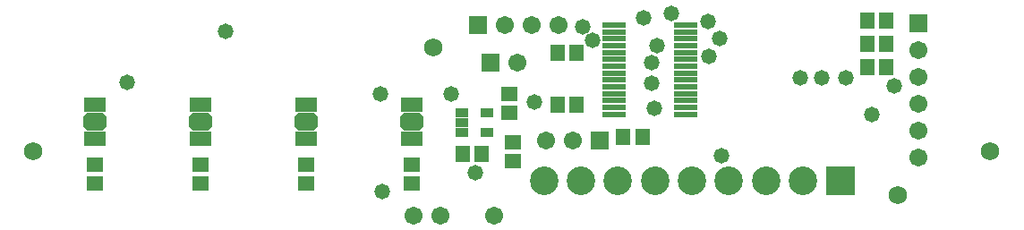
<source format=gts>
%FSLAX25Y25*%
%MOIN*%
G70*
G01*
G75*
G04 Layer_Color=8388736*
%ADD10R,0.04724X0.05315*%
%ADD11R,0.08071X0.01575*%
%ADD12R,0.04331X0.02559*%
%ADD13R,0.05315X0.04724*%
%ADD14R,0.04724X0.05512*%
%ADD15R,0.05512X0.04724*%
%ADD16R,0.07284X0.04724*%
%ADD17C,0.01500*%
%ADD18C,0.02500*%
%ADD19C,0.01000*%
%ADD20C,0.06000*%
%ADD21C,0.05906*%
%ADD22R,0.05906X0.05906*%
%ADD23R,0.05906X0.05906*%
%ADD24C,0.09843*%
%ADD25R,0.09843X0.09843*%
G04:AMPARAMS|DCode=26|XSize=78.74mil|YSize=60mil|CornerRadius=0mil|HoleSize=0mil|Usage=FLASHONLY|Rotation=0.000|XOffset=0mil|YOffset=0mil|HoleType=Round|Shape=Octagon|*
%AMOCTAGOND26*
4,1,8,0.03937,-0.01500,0.03937,0.01500,0.02437,0.03000,-0.02437,0.03000,-0.03937,0.01500,-0.03937,-0.01500,-0.02437,-0.03000,0.02437,-0.03000,0.03937,-0.01500,0.0*
%
%ADD26OCTAGOND26*%

%ADD27C,0.05000*%
%ADD28R,0.05512X0.02362*%
%ADD29O,0.02756X0.09843*%
%ADD30C,0.00394*%
%ADD31R,0.05524X0.06115*%
%ADD32R,0.08871X0.02375*%
%ADD33R,0.05131X0.03359*%
%ADD34R,0.06115X0.05524*%
%ADD35R,0.05524X0.06312*%
%ADD36R,0.06312X0.05524*%
%ADD37R,0.08083X0.05524*%
%ADD38C,0.06800*%
%ADD39C,0.06706*%
%ADD40R,0.06706X0.06706*%
%ADD41R,0.06706X0.06706*%
%ADD42C,0.10642*%
%ADD43R,0.10642X0.10642*%
G04:AMPARAMS|DCode=44|XSize=86.74mil|YSize=68mil|CornerRadius=0mil|HoleSize=0mil|Usage=FLASHONLY|Rotation=0.000|XOffset=0mil|YOffset=0mil|HoleType=Round|Shape=Octagon|*
%AMOCTAGOND44*
4,1,8,0.04337,-0.01700,0.04337,0.01700,0.02637,0.03400,-0.02637,0.03400,-0.04337,0.01700,-0.04337,-0.01700,-0.02637,-0.03400,0.02637,-0.03400,0.04337,-0.01700,0.0*
%
%ADD44OCTAGOND44*%

%ADD45C,0.05800*%
D31*
X-119685Y463476D02*
D03*
X-126772D02*
D03*
X-11417Y494579D02*
D03*
X-4331D02*
D03*
X-4331Y485917D02*
D03*
X-11417D02*
D03*
D32*
X-79134Y459835D02*
D03*
Y462394D02*
D03*
Y464953D02*
D03*
Y467512D02*
D03*
Y470071D02*
D03*
Y472630D02*
D03*
Y475189D02*
D03*
Y477748D02*
D03*
Y480307D02*
D03*
Y482866D02*
D03*
Y485425D02*
D03*
Y487984D02*
D03*
Y490543D02*
D03*
Y493102D02*
D03*
X-105905Y459835D02*
D03*
Y462394D02*
D03*
Y464953D02*
D03*
Y467512D02*
D03*
Y470071D02*
D03*
Y472630D02*
D03*
Y475189D02*
D03*
Y477748D02*
D03*
Y480307D02*
D03*
Y482866D02*
D03*
Y485425D02*
D03*
Y487984D02*
D03*
Y490543D02*
D03*
Y493102D02*
D03*
D33*
X-153150Y460445D02*
D03*
Y452965D02*
D03*
X-162598D02*
D03*
Y456705D02*
D03*
Y460445D02*
D03*
D34*
X-181102Y433949D02*
D03*
Y441035D02*
D03*
X-259842Y433949D02*
D03*
Y441035D02*
D03*
X-220472Y433949D02*
D03*
Y441035D02*
D03*
X-299213Y433949D02*
D03*
Y441035D02*
D03*
D35*
X-102362Y451272D02*
D03*
X-95276D02*
D03*
X-126772Y482768D02*
D03*
X-119685D02*
D03*
X-11417Y477256D02*
D03*
X-4331D02*
D03*
X-162284Y445169D02*
D03*
X-155197D02*
D03*
D36*
X-143465Y449342D02*
D03*
Y442256D02*
D03*
X-144685Y467335D02*
D03*
Y460248D02*
D03*
D37*
X-181102Y463413D02*
D03*
Y450815D02*
D03*
X-299213Y463413D02*
D03*
Y450815D02*
D03*
X-220472Y463413D02*
D03*
Y450815D02*
D03*
X-259842Y463413D02*
D03*
Y450815D02*
D03*
D38*
X-173228Y484736D02*
D03*
X0Y429618D02*
D03*
X-322008Y446232D02*
D03*
X34291D02*
D03*
D39*
X-131024Y450091D02*
D03*
X-121024D02*
D03*
X-141732Y479106D02*
D03*
X-150354Y422138D02*
D03*
X-170354D02*
D03*
X-180354D02*
D03*
X-146614Y493004D02*
D03*
X-136614D02*
D03*
X-126614D02*
D03*
X7480Y483713D02*
D03*
Y473713D02*
D03*
Y463713D02*
D03*
Y453713D02*
D03*
Y443713D02*
D03*
D40*
X-111024Y450091D02*
D03*
X-151732Y479106D02*
D03*
X-156614Y493004D02*
D03*
D41*
X7480Y493713D02*
D03*
D42*
X-35433Y435130D02*
D03*
X-62992D02*
D03*
X-90551D02*
D03*
X-104331D02*
D03*
X-49213D02*
D03*
X-118110D02*
D03*
X-76772D02*
D03*
X-131890D02*
D03*
D43*
X-21654D02*
D03*
D44*
X-299213Y457114D02*
D03*
X-259842D02*
D03*
X-220472D02*
D03*
X-181102D02*
D03*
D45*
X-70346Y481500D02*
D03*
X-91847Y471500D02*
D03*
Y479000D02*
D03*
X-70846Y494437D02*
D03*
X-19346Y473500D02*
D03*
X-90847Y462000D02*
D03*
X-89677Y485500D02*
D03*
X-135346Y464500D02*
D03*
X-117638Y492531D02*
D03*
X-1347Y470500D02*
D03*
X-9681Y459835D02*
D03*
X-28346Y473500D02*
D03*
X-36347D02*
D03*
X-166347Y467500D02*
D03*
X-94685Y495760D02*
D03*
X-113898Y487453D02*
D03*
X-66339Y488083D02*
D03*
X-65787Y444461D02*
D03*
X-157559Y438216D02*
D03*
X-192253Y431184D02*
D03*
X-250512Y490878D02*
D03*
X-287283Y471823D02*
D03*
X-192953Y467374D02*
D03*
X-84409Y497492D02*
D03*
M02*

</source>
